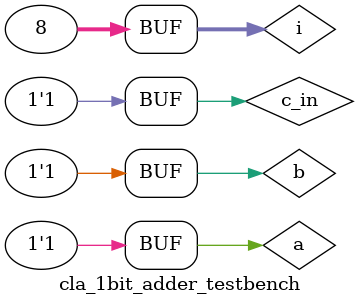
<source format=sv>
`timescale 1ns/10ps

module cla_1bit_adder (
   output logic s, p, g,
   input  logic a, b, c_in
   ); 
   
   xor pro(p, a, b);
   xor sum(s, p, c_in);
   and gen(g, a, b);

endmodule


// Note: testbench only worked when the #50s
//       were omitted
module cla_1bit_adder_testbench ();
   logic s, p, g;
   logic a, b, c_in;

   cla_1bit_adder dut (.s, .p, .g, .a, .b, .c_in);

   integer i;
   initial begin
      for (i = 0; i < 8; i++) begin
         {c_in, b, a} = i; #10;
      end
   end
endmodule 

</source>
